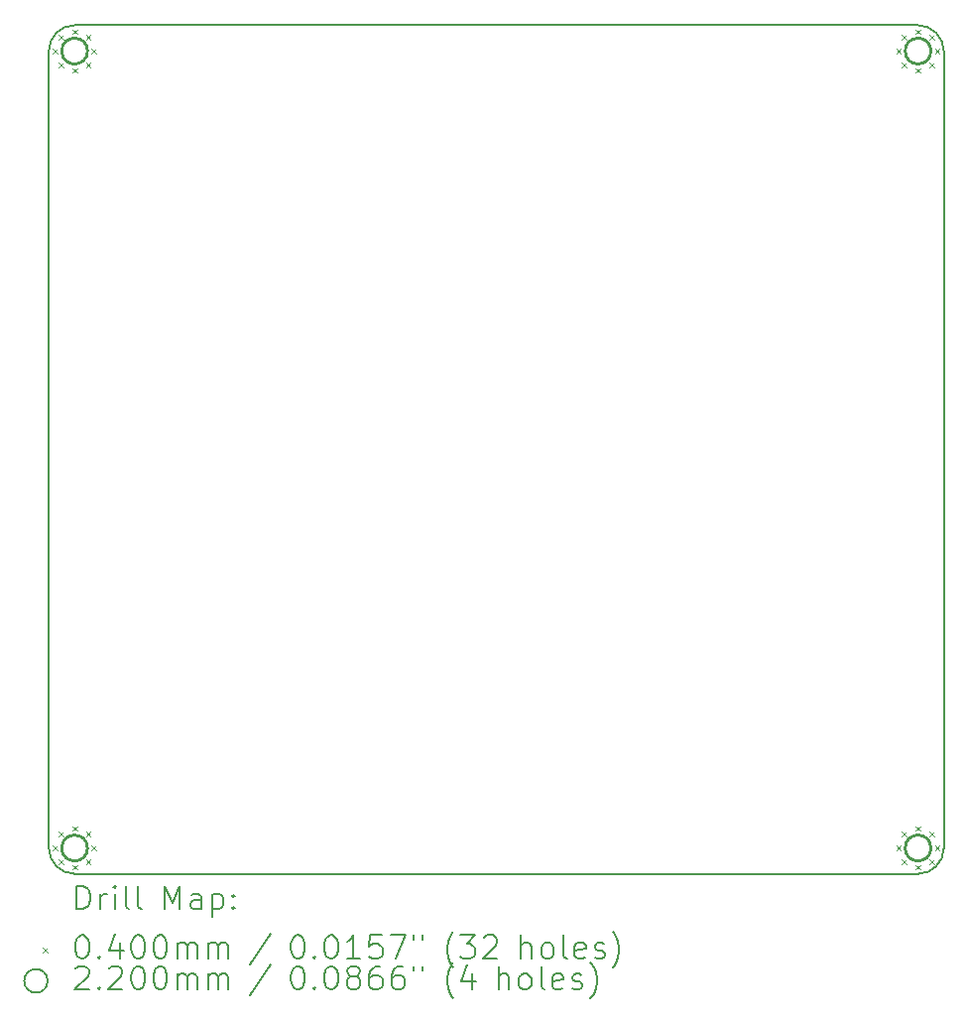
<source format=gbr>
%TF.GenerationSoftware,KiCad,Pcbnew,(7.0.0-rc1-156-g4c5a344629)*%
%TF.CreationDate,2023-03-07T17:49:35+10:30*%
%TF.ProjectId,bottom_plate,626f7474-6f6d-45f7-906c-6174652e6b69,rev?*%
%TF.SameCoordinates,Original*%
%TF.FileFunction,Drillmap*%
%TF.FilePolarity,Positive*%
%FSLAX45Y45*%
G04 Gerber Fmt 4.5, Leading zero omitted, Abs format (unit mm)*
G04 Created by KiCad (PCBNEW (7.0.0-rc1-156-g4c5a344629)) date 2023-03-07 17:49:35*
%MOMM*%
%LPD*%
G01*
G04 APERTURE LIST*
%ADD10C,0.200000*%
%ADD11C,0.040000*%
%ADD12C,0.220000*%
G04 APERTURE END LIST*
D10*
X17757000Y-5989000D02*
X10557000Y-5989000D01*
X17977000Y-6209000D02*
G75*
G03*
X17757000Y-5989000I-220000J0D01*
G01*
X17977000Y-13009000D02*
X17977000Y-6209000D01*
X17757000Y-13229000D02*
G75*
G03*
X17977000Y-13009000I0J220000D01*
G01*
X10557000Y-13229000D02*
X17757000Y-13229000D01*
X10337000Y-13009000D02*
G75*
G03*
X10557000Y-13229000I220000J0D01*
G01*
X10337000Y-6209000D02*
X10337000Y-13009000D01*
X10557000Y-5989000D02*
G75*
G03*
X10337000Y-6209000I0J-220000D01*
G01*
D11*
X10372000Y-6189000D02*
X10412000Y-6229000D01*
X10412000Y-6189000D02*
X10372000Y-6229000D01*
X10372000Y-12989000D02*
X10412000Y-13029000D01*
X10412000Y-12989000D02*
X10372000Y-13029000D01*
X10420327Y-6072327D02*
X10460327Y-6112327D01*
X10460327Y-6072327D02*
X10420327Y-6112327D01*
X10420327Y-6305673D02*
X10460327Y-6345673D01*
X10460327Y-6305673D02*
X10420327Y-6345673D01*
X10420327Y-12872327D02*
X10460327Y-12912327D01*
X10460327Y-12872327D02*
X10420327Y-12912327D01*
X10420327Y-13105673D02*
X10460327Y-13145673D01*
X10460327Y-13105673D02*
X10420327Y-13145673D01*
X10537000Y-6024000D02*
X10577000Y-6064000D01*
X10577000Y-6024000D02*
X10537000Y-6064000D01*
X10537000Y-6354000D02*
X10577000Y-6394000D01*
X10577000Y-6354000D02*
X10537000Y-6394000D01*
X10537000Y-12824000D02*
X10577000Y-12864000D01*
X10577000Y-12824000D02*
X10537000Y-12864000D01*
X10537000Y-13154000D02*
X10577000Y-13194000D01*
X10577000Y-13154000D02*
X10537000Y-13194000D01*
X10653673Y-6072327D02*
X10693673Y-6112327D01*
X10693673Y-6072327D02*
X10653673Y-6112327D01*
X10653673Y-6305673D02*
X10693673Y-6345673D01*
X10693673Y-6305673D02*
X10653673Y-6345673D01*
X10653673Y-12872327D02*
X10693673Y-12912327D01*
X10693673Y-12872327D02*
X10653673Y-12912327D01*
X10653673Y-13105673D02*
X10693673Y-13145673D01*
X10693673Y-13105673D02*
X10653673Y-13145673D01*
X10702000Y-6189000D02*
X10742000Y-6229000D01*
X10742000Y-6189000D02*
X10702000Y-6229000D01*
X10702000Y-12989000D02*
X10742000Y-13029000D01*
X10742000Y-12989000D02*
X10702000Y-13029000D01*
X17572000Y-6189000D02*
X17612000Y-6229000D01*
X17612000Y-6189000D02*
X17572000Y-6229000D01*
X17572000Y-12989000D02*
X17612000Y-13029000D01*
X17612000Y-12989000D02*
X17572000Y-13029000D01*
X17620327Y-6072327D02*
X17660327Y-6112327D01*
X17660327Y-6072327D02*
X17620327Y-6112327D01*
X17620327Y-6305673D02*
X17660327Y-6345673D01*
X17660327Y-6305673D02*
X17620327Y-6345673D01*
X17620327Y-12872327D02*
X17660327Y-12912327D01*
X17660327Y-12872327D02*
X17620327Y-12912327D01*
X17620327Y-13105673D02*
X17660327Y-13145673D01*
X17660327Y-13105673D02*
X17620327Y-13145673D01*
X17737000Y-6024000D02*
X17777000Y-6064000D01*
X17777000Y-6024000D02*
X17737000Y-6064000D01*
X17737000Y-6354000D02*
X17777000Y-6394000D01*
X17777000Y-6354000D02*
X17737000Y-6394000D01*
X17737000Y-12824000D02*
X17777000Y-12864000D01*
X17777000Y-12824000D02*
X17737000Y-12864000D01*
X17737000Y-13154000D02*
X17777000Y-13194000D01*
X17777000Y-13154000D02*
X17737000Y-13194000D01*
X17853673Y-6072327D02*
X17893673Y-6112327D01*
X17893673Y-6072327D02*
X17853673Y-6112327D01*
X17853673Y-6305673D02*
X17893673Y-6345673D01*
X17893673Y-6305673D02*
X17853673Y-6345673D01*
X17853673Y-12872327D02*
X17893673Y-12912327D01*
X17893673Y-12872327D02*
X17853673Y-12912327D01*
X17853673Y-13105673D02*
X17893673Y-13145673D01*
X17893673Y-13105673D02*
X17853673Y-13145673D01*
X17902000Y-6189000D02*
X17942000Y-6229000D01*
X17942000Y-6189000D02*
X17902000Y-6229000D01*
X17902000Y-12989000D02*
X17942000Y-13029000D01*
X17942000Y-12989000D02*
X17902000Y-13029000D01*
D12*
X10667000Y-6209000D02*
G75*
G03*
X10667000Y-6209000I-110000J0D01*
G01*
X10667000Y-13009000D02*
G75*
G03*
X10667000Y-13009000I-110000J0D01*
G01*
X17867000Y-6209000D02*
G75*
G03*
X17867000Y-6209000I-110000J0D01*
G01*
X17867000Y-13009000D02*
G75*
G03*
X17867000Y-13009000I-110000J0D01*
G01*
D10*
X10574619Y-13532476D02*
X10574619Y-13332476D01*
X10574619Y-13332476D02*
X10622238Y-13332476D01*
X10622238Y-13332476D02*
X10650810Y-13342000D01*
X10650810Y-13342000D02*
X10669857Y-13361048D01*
X10669857Y-13361048D02*
X10679381Y-13380095D01*
X10679381Y-13380095D02*
X10688905Y-13418190D01*
X10688905Y-13418190D02*
X10688905Y-13446762D01*
X10688905Y-13446762D02*
X10679381Y-13484857D01*
X10679381Y-13484857D02*
X10669857Y-13503905D01*
X10669857Y-13503905D02*
X10650810Y-13522952D01*
X10650810Y-13522952D02*
X10622238Y-13532476D01*
X10622238Y-13532476D02*
X10574619Y-13532476D01*
X10774619Y-13532476D02*
X10774619Y-13399143D01*
X10774619Y-13437238D02*
X10784143Y-13418190D01*
X10784143Y-13418190D02*
X10793667Y-13408667D01*
X10793667Y-13408667D02*
X10812714Y-13399143D01*
X10812714Y-13399143D02*
X10831762Y-13399143D01*
X10898429Y-13532476D02*
X10898429Y-13399143D01*
X10898429Y-13332476D02*
X10888905Y-13342000D01*
X10888905Y-13342000D02*
X10898429Y-13351524D01*
X10898429Y-13351524D02*
X10907952Y-13342000D01*
X10907952Y-13342000D02*
X10898429Y-13332476D01*
X10898429Y-13332476D02*
X10898429Y-13351524D01*
X11022238Y-13532476D02*
X11003190Y-13522952D01*
X11003190Y-13522952D02*
X10993667Y-13503905D01*
X10993667Y-13503905D02*
X10993667Y-13332476D01*
X11127000Y-13532476D02*
X11107952Y-13522952D01*
X11107952Y-13522952D02*
X11098429Y-13503905D01*
X11098429Y-13503905D02*
X11098429Y-13332476D01*
X11323190Y-13532476D02*
X11323190Y-13332476D01*
X11323190Y-13332476D02*
X11389857Y-13475333D01*
X11389857Y-13475333D02*
X11456524Y-13332476D01*
X11456524Y-13332476D02*
X11456524Y-13532476D01*
X11637476Y-13532476D02*
X11637476Y-13427714D01*
X11637476Y-13427714D02*
X11627952Y-13408667D01*
X11627952Y-13408667D02*
X11608905Y-13399143D01*
X11608905Y-13399143D02*
X11570809Y-13399143D01*
X11570809Y-13399143D02*
X11551762Y-13408667D01*
X11637476Y-13522952D02*
X11618428Y-13532476D01*
X11618428Y-13532476D02*
X11570809Y-13532476D01*
X11570809Y-13532476D02*
X11551762Y-13522952D01*
X11551762Y-13522952D02*
X11542238Y-13503905D01*
X11542238Y-13503905D02*
X11542238Y-13484857D01*
X11542238Y-13484857D02*
X11551762Y-13465809D01*
X11551762Y-13465809D02*
X11570809Y-13456286D01*
X11570809Y-13456286D02*
X11618428Y-13456286D01*
X11618428Y-13456286D02*
X11637476Y-13446762D01*
X11732714Y-13399143D02*
X11732714Y-13599143D01*
X11732714Y-13408667D02*
X11751762Y-13399143D01*
X11751762Y-13399143D02*
X11789857Y-13399143D01*
X11789857Y-13399143D02*
X11808905Y-13408667D01*
X11808905Y-13408667D02*
X11818428Y-13418190D01*
X11818428Y-13418190D02*
X11827952Y-13437238D01*
X11827952Y-13437238D02*
X11827952Y-13494381D01*
X11827952Y-13494381D02*
X11818428Y-13513428D01*
X11818428Y-13513428D02*
X11808905Y-13522952D01*
X11808905Y-13522952D02*
X11789857Y-13532476D01*
X11789857Y-13532476D02*
X11751762Y-13532476D01*
X11751762Y-13532476D02*
X11732714Y-13522952D01*
X11913667Y-13513428D02*
X11923190Y-13522952D01*
X11923190Y-13522952D02*
X11913667Y-13532476D01*
X11913667Y-13532476D02*
X11904143Y-13522952D01*
X11904143Y-13522952D02*
X11913667Y-13513428D01*
X11913667Y-13513428D02*
X11913667Y-13532476D01*
X11913667Y-13408667D02*
X11923190Y-13418190D01*
X11923190Y-13418190D02*
X11913667Y-13427714D01*
X11913667Y-13427714D02*
X11904143Y-13418190D01*
X11904143Y-13418190D02*
X11913667Y-13408667D01*
X11913667Y-13408667D02*
X11913667Y-13427714D01*
D11*
X10287000Y-13859000D02*
X10327000Y-13899000D01*
X10327000Y-13859000D02*
X10287000Y-13899000D01*
D10*
X10612714Y-13752476D02*
X10631762Y-13752476D01*
X10631762Y-13752476D02*
X10650810Y-13762000D01*
X10650810Y-13762000D02*
X10660333Y-13771524D01*
X10660333Y-13771524D02*
X10669857Y-13790571D01*
X10669857Y-13790571D02*
X10679381Y-13828667D01*
X10679381Y-13828667D02*
X10679381Y-13876286D01*
X10679381Y-13876286D02*
X10669857Y-13914381D01*
X10669857Y-13914381D02*
X10660333Y-13933428D01*
X10660333Y-13933428D02*
X10650810Y-13942952D01*
X10650810Y-13942952D02*
X10631762Y-13952476D01*
X10631762Y-13952476D02*
X10612714Y-13952476D01*
X10612714Y-13952476D02*
X10593667Y-13942952D01*
X10593667Y-13942952D02*
X10584143Y-13933428D01*
X10584143Y-13933428D02*
X10574619Y-13914381D01*
X10574619Y-13914381D02*
X10565095Y-13876286D01*
X10565095Y-13876286D02*
X10565095Y-13828667D01*
X10565095Y-13828667D02*
X10574619Y-13790571D01*
X10574619Y-13790571D02*
X10584143Y-13771524D01*
X10584143Y-13771524D02*
X10593667Y-13762000D01*
X10593667Y-13762000D02*
X10612714Y-13752476D01*
X10765095Y-13933428D02*
X10774619Y-13942952D01*
X10774619Y-13942952D02*
X10765095Y-13952476D01*
X10765095Y-13952476D02*
X10755571Y-13942952D01*
X10755571Y-13942952D02*
X10765095Y-13933428D01*
X10765095Y-13933428D02*
X10765095Y-13952476D01*
X10946048Y-13819143D02*
X10946048Y-13952476D01*
X10898429Y-13742952D02*
X10850810Y-13885809D01*
X10850810Y-13885809D02*
X10974619Y-13885809D01*
X11088905Y-13752476D02*
X11107952Y-13752476D01*
X11107952Y-13752476D02*
X11127000Y-13762000D01*
X11127000Y-13762000D02*
X11136524Y-13771524D01*
X11136524Y-13771524D02*
X11146048Y-13790571D01*
X11146048Y-13790571D02*
X11155571Y-13828667D01*
X11155571Y-13828667D02*
X11155571Y-13876286D01*
X11155571Y-13876286D02*
X11146048Y-13914381D01*
X11146048Y-13914381D02*
X11136524Y-13933428D01*
X11136524Y-13933428D02*
X11127000Y-13942952D01*
X11127000Y-13942952D02*
X11107952Y-13952476D01*
X11107952Y-13952476D02*
X11088905Y-13952476D01*
X11088905Y-13952476D02*
X11069857Y-13942952D01*
X11069857Y-13942952D02*
X11060333Y-13933428D01*
X11060333Y-13933428D02*
X11050810Y-13914381D01*
X11050810Y-13914381D02*
X11041286Y-13876286D01*
X11041286Y-13876286D02*
X11041286Y-13828667D01*
X11041286Y-13828667D02*
X11050810Y-13790571D01*
X11050810Y-13790571D02*
X11060333Y-13771524D01*
X11060333Y-13771524D02*
X11069857Y-13762000D01*
X11069857Y-13762000D02*
X11088905Y-13752476D01*
X11279381Y-13752476D02*
X11298429Y-13752476D01*
X11298429Y-13752476D02*
X11317476Y-13762000D01*
X11317476Y-13762000D02*
X11327000Y-13771524D01*
X11327000Y-13771524D02*
X11336524Y-13790571D01*
X11336524Y-13790571D02*
X11346048Y-13828667D01*
X11346048Y-13828667D02*
X11346048Y-13876286D01*
X11346048Y-13876286D02*
X11336524Y-13914381D01*
X11336524Y-13914381D02*
X11327000Y-13933428D01*
X11327000Y-13933428D02*
X11317476Y-13942952D01*
X11317476Y-13942952D02*
X11298429Y-13952476D01*
X11298429Y-13952476D02*
X11279381Y-13952476D01*
X11279381Y-13952476D02*
X11260333Y-13942952D01*
X11260333Y-13942952D02*
X11250809Y-13933428D01*
X11250809Y-13933428D02*
X11241286Y-13914381D01*
X11241286Y-13914381D02*
X11231762Y-13876286D01*
X11231762Y-13876286D02*
X11231762Y-13828667D01*
X11231762Y-13828667D02*
X11241286Y-13790571D01*
X11241286Y-13790571D02*
X11250809Y-13771524D01*
X11250809Y-13771524D02*
X11260333Y-13762000D01*
X11260333Y-13762000D02*
X11279381Y-13752476D01*
X11431762Y-13952476D02*
X11431762Y-13819143D01*
X11431762Y-13838190D02*
X11441286Y-13828667D01*
X11441286Y-13828667D02*
X11460333Y-13819143D01*
X11460333Y-13819143D02*
X11488905Y-13819143D01*
X11488905Y-13819143D02*
X11507952Y-13828667D01*
X11507952Y-13828667D02*
X11517476Y-13847714D01*
X11517476Y-13847714D02*
X11517476Y-13952476D01*
X11517476Y-13847714D02*
X11527000Y-13828667D01*
X11527000Y-13828667D02*
X11546048Y-13819143D01*
X11546048Y-13819143D02*
X11574619Y-13819143D01*
X11574619Y-13819143D02*
X11593667Y-13828667D01*
X11593667Y-13828667D02*
X11603190Y-13847714D01*
X11603190Y-13847714D02*
X11603190Y-13952476D01*
X11698429Y-13952476D02*
X11698429Y-13819143D01*
X11698429Y-13838190D02*
X11707952Y-13828667D01*
X11707952Y-13828667D02*
X11727000Y-13819143D01*
X11727000Y-13819143D02*
X11755571Y-13819143D01*
X11755571Y-13819143D02*
X11774619Y-13828667D01*
X11774619Y-13828667D02*
X11784143Y-13847714D01*
X11784143Y-13847714D02*
X11784143Y-13952476D01*
X11784143Y-13847714D02*
X11793667Y-13828667D01*
X11793667Y-13828667D02*
X11812714Y-13819143D01*
X11812714Y-13819143D02*
X11841286Y-13819143D01*
X11841286Y-13819143D02*
X11860333Y-13828667D01*
X11860333Y-13828667D02*
X11869857Y-13847714D01*
X11869857Y-13847714D02*
X11869857Y-13952476D01*
X12227952Y-13742952D02*
X12056524Y-14000095D01*
X12452714Y-13752476D02*
X12471762Y-13752476D01*
X12471762Y-13752476D02*
X12490810Y-13762000D01*
X12490810Y-13762000D02*
X12500333Y-13771524D01*
X12500333Y-13771524D02*
X12509857Y-13790571D01*
X12509857Y-13790571D02*
X12519381Y-13828667D01*
X12519381Y-13828667D02*
X12519381Y-13876286D01*
X12519381Y-13876286D02*
X12509857Y-13914381D01*
X12509857Y-13914381D02*
X12500333Y-13933428D01*
X12500333Y-13933428D02*
X12490810Y-13942952D01*
X12490810Y-13942952D02*
X12471762Y-13952476D01*
X12471762Y-13952476D02*
X12452714Y-13952476D01*
X12452714Y-13952476D02*
X12433667Y-13942952D01*
X12433667Y-13942952D02*
X12424143Y-13933428D01*
X12424143Y-13933428D02*
X12414619Y-13914381D01*
X12414619Y-13914381D02*
X12405095Y-13876286D01*
X12405095Y-13876286D02*
X12405095Y-13828667D01*
X12405095Y-13828667D02*
X12414619Y-13790571D01*
X12414619Y-13790571D02*
X12424143Y-13771524D01*
X12424143Y-13771524D02*
X12433667Y-13762000D01*
X12433667Y-13762000D02*
X12452714Y-13752476D01*
X12605095Y-13933428D02*
X12614619Y-13942952D01*
X12614619Y-13942952D02*
X12605095Y-13952476D01*
X12605095Y-13952476D02*
X12595571Y-13942952D01*
X12595571Y-13942952D02*
X12605095Y-13933428D01*
X12605095Y-13933428D02*
X12605095Y-13952476D01*
X12738429Y-13752476D02*
X12757476Y-13752476D01*
X12757476Y-13752476D02*
X12776524Y-13762000D01*
X12776524Y-13762000D02*
X12786048Y-13771524D01*
X12786048Y-13771524D02*
X12795571Y-13790571D01*
X12795571Y-13790571D02*
X12805095Y-13828667D01*
X12805095Y-13828667D02*
X12805095Y-13876286D01*
X12805095Y-13876286D02*
X12795571Y-13914381D01*
X12795571Y-13914381D02*
X12786048Y-13933428D01*
X12786048Y-13933428D02*
X12776524Y-13942952D01*
X12776524Y-13942952D02*
X12757476Y-13952476D01*
X12757476Y-13952476D02*
X12738429Y-13952476D01*
X12738429Y-13952476D02*
X12719381Y-13942952D01*
X12719381Y-13942952D02*
X12709857Y-13933428D01*
X12709857Y-13933428D02*
X12700333Y-13914381D01*
X12700333Y-13914381D02*
X12690810Y-13876286D01*
X12690810Y-13876286D02*
X12690810Y-13828667D01*
X12690810Y-13828667D02*
X12700333Y-13790571D01*
X12700333Y-13790571D02*
X12709857Y-13771524D01*
X12709857Y-13771524D02*
X12719381Y-13762000D01*
X12719381Y-13762000D02*
X12738429Y-13752476D01*
X12995571Y-13952476D02*
X12881286Y-13952476D01*
X12938429Y-13952476D02*
X12938429Y-13752476D01*
X12938429Y-13752476D02*
X12919381Y-13781048D01*
X12919381Y-13781048D02*
X12900333Y-13800095D01*
X12900333Y-13800095D02*
X12881286Y-13809619D01*
X13176524Y-13752476D02*
X13081286Y-13752476D01*
X13081286Y-13752476D02*
X13071762Y-13847714D01*
X13071762Y-13847714D02*
X13081286Y-13838190D01*
X13081286Y-13838190D02*
X13100333Y-13828667D01*
X13100333Y-13828667D02*
X13147952Y-13828667D01*
X13147952Y-13828667D02*
X13167000Y-13838190D01*
X13167000Y-13838190D02*
X13176524Y-13847714D01*
X13176524Y-13847714D02*
X13186048Y-13866762D01*
X13186048Y-13866762D02*
X13186048Y-13914381D01*
X13186048Y-13914381D02*
X13176524Y-13933428D01*
X13176524Y-13933428D02*
X13167000Y-13942952D01*
X13167000Y-13942952D02*
X13147952Y-13952476D01*
X13147952Y-13952476D02*
X13100333Y-13952476D01*
X13100333Y-13952476D02*
X13081286Y-13942952D01*
X13081286Y-13942952D02*
X13071762Y-13933428D01*
X13252714Y-13752476D02*
X13386048Y-13752476D01*
X13386048Y-13752476D02*
X13300333Y-13952476D01*
X13452714Y-13752476D02*
X13452714Y-13790571D01*
X13528905Y-13752476D02*
X13528905Y-13790571D01*
X13791762Y-14028667D02*
X13782238Y-14019143D01*
X13782238Y-14019143D02*
X13763191Y-13990571D01*
X13763191Y-13990571D02*
X13753667Y-13971524D01*
X13753667Y-13971524D02*
X13744143Y-13942952D01*
X13744143Y-13942952D02*
X13734619Y-13895333D01*
X13734619Y-13895333D02*
X13734619Y-13857238D01*
X13734619Y-13857238D02*
X13744143Y-13809619D01*
X13744143Y-13809619D02*
X13753667Y-13781048D01*
X13753667Y-13781048D02*
X13763191Y-13762000D01*
X13763191Y-13762000D02*
X13782238Y-13733428D01*
X13782238Y-13733428D02*
X13791762Y-13723905D01*
X13848905Y-13752476D02*
X13972714Y-13752476D01*
X13972714Y-13752476D02*
X13906048Y-13828667D01*
X13906048Y-13828667D02*
X13934619Y-13828667D01*
X13934619Y-13828667D02*
X13953667Y-13838190D01*
X13953667Y-13838190D02*
X13963191Y-13847714D01*
X13963191Y-13847714D02*
X13972714Y-13866762D01*
X13972714Y-13866762D02*
X13972714Y-13914381D01*
X13972714Y-13914381D02*
X13963191Y-13933428D01*
X13963191Y-13933428D02*
X13953667Y-13942952D01*
X13953667Y-13942952D02*
X13934619Y-13952476D01*
X13934619Y-13952476D02*
X13877476Y-13952476D01*
X13877476Y-13952476D02*
X13858429Y-13942952D01*
X13858429Y-13942952D02*
X13848905Y-13933428D01*
X14048905Y-13771524D02*
X14058429Y-13762000D01*
X14058429Y-13762000D02*
X14077476Y-13752476D01*
X14077476Y-13752476D02*
X14125095Y-13752476D01*
X14125095Y-13752476D02*
X14144143Y-13762000D01*
X14144143Y-13762000D02*
X14153667Y-13771524D01*
X14153667Y-13771524D02*
X14163191Y-13790571D01*
X14163191Y-13790571D02*
X14163191Y-13809619D01*
X14163191Y-13809619D02*
X14153667Y-13838190D01*
X14153667Y-13838190D02*
X14039381Y-13952476D01*
X14039381Y-13952476D02*
X14163191Y-13952476D01*
X14368905Y-13952476D02*
X14368905Y-13752476D01*
X14454619Y-13952476D02*
X14454619Y-13847714D01*
X14454619Y-13847714D02*
X14445095Y-13828667D01*
X14445095Y-13828667D02*
X14426048Y-13819143D01*
X14426048Y-13819143D02*
X14397476Y-13819143D01*
X14397476Y-13819143D02*
X14378429Y-13828667D01*
X14378429Y-13828667D02*
X14368905Y-13838190D01*
X14578429Y-13952476D02*
X14559381Y-13942952D01*
X14559381Y-13942952D02*
X14549857Y-13933428D01*
X14549857Y-13933428D02*
X14540333Y-13914381D01*
X14540333Y-13914381D02*
X14540333Y-13857238D01*
X14540333Y-13857238D02*
X14549857Y-13838190D01*
X14549857Y-13838190D02*
X14559381Y-13828667D01*
X14559381Y-13828667D02*
X14578429Y-13819143D01*
X14578429Y-13819143D02*
X14607000Y-13819143D01*
X14607000Y-13819143D02*
X14626048Y-13828667D01*
X14626048Y-13828667D02*
X14635572Y-13838190D01*
X14635572Y-13838190D02*
X14645095Y-13857238D01*
X14645095Y-13857238D02*
X14645095Y-13914381D01*
X14645095Y-13914381D02*
X14635572Y-13933428D01*
X14635572Y-13933428D02*
X14626048Y-13942952D01*
X14626048Y-13942952D02*
X14607000Y-13952476D01*
X14607000Y-13952476D02*
X14578429Y-13952476D01*
X14759381Y-13952476D02*
X14740333Y-13942952D01*
X14740333Y-13942952D02*
X14730810Y-13923905D01*
X14730810Y-13923905D02*
X14730810Y-13752476D01*
X14911762Y-13942952D02*
X14892714Y-13952476D01*
X14892714Y-13952476D02*
X14854619Y-13952476D01*
X14854619Y-13952476D02*
X14835572Y-13942952D01*
X14835572Y-13942952D02*
X14826048Y-13923905D01*
X14826048Y-13923905D02*
X14826048Y-13847714D01*
X14826048Y-13847714D02*
X14835572Y-13828667D01*
X14835572Y-13828667D02*
X14854619Y-13819143D01*
X14854619Y-13819143D02*
X14892714Y-13819143D01*
X14892714Y-13819143D02*
X14911762Y-13828667D01*
X14911762Y-13828667D02*
X14921286Y-13847714D01*
X14921286Y-13847714D02*
X14921286Y-13866762D01*
X14921286Y-13866762D02*
X14826048Y-13885809D01*
X14997476Y-13942952D02*
X15016524Y-13952476D01*
X15016524Y-13952476D02*
X15054619Y-13952476D01*
X15054619Y-13952476D02*
X15073667Y-13942952D01*
X15073667Y-13942952D02*
X15083191Y-13923905D01*
X15083191Y-13923905D02*
X15083191Y-13914381D01*
X15083191Y-13914381D02*
X15073667Y-13895333D01*
X15073667Y-13895333D02*
X15054619Y-13885809D01*
X15054619Y-13885809D02*
X15026048Y-13885809D01*
X15026048Y-13885809D02*
X15007000Y-13876286D01*
X15007000Y-13876286D02*
X14997476Y-13857238D01*
X14997476Y-13857238D02*
X14997476Y-13847714D01*
X14997476Y-13847714D02*
X15007000Y-13828667D01*
X15007000Y-13828667D02*
X15026048Y-13819143D01*
X15026048Y-13819143D02*
X15054619Y-13819143D01*
X15054619Y-13819143D02*
X15073667Y-13828667D01*
X15149857Y-14028667D02*
X15159381Y-14019143D01*
X15159381Y-14019143D02*
X15178429Y-13990571D01*
X15178429Y-13990571D02*
X15187953Y-13971524D01*
X15187953Y-13971524D02*
X15197476Y-13942952D01*
X15197476Y-13942952D02*
X15207000Y-13895333D01*
X15207000Y-13895333D02*
X15207000Y-13857238D01*
X15207000Y-13857238D02*
X15197476Y-13809619D01*
X15197476Y-13809619D02*
X15187953Y-13781048D01*
X15187953Y-13781048D02*
X15178429Y-13762000D01*
X15178429Y-13762000D02*
X15159381Y-13733428D01*
X15159381Y-13733428D02*
X15149857Y-13723905D01*
X10327000Y-14143000D02*
G75*
G03*
X10327000Y-14143000I-100000J0D01*
G01*
X10565095Y-14035524D02*
X10574619Y-14026000D01*
X10574619Y-14026000D02*
X10593667Y-14016476D01*
X10593667Y-14016476D02*
X10641286Y-14016476D01*
X10641286Y-14016476D02*
X10660333Y-14026000D01*
X10660333Y-14026000D02*
X10669857Y-14035524D01*
X10669857Y-14035524D02*
X10679381Y-14054571D01*
X10679381Y-14054571D02*
X10679381Y-14073619D01*
X10679381Y-14073619D02*
X10669857Y-14102190D01*
X10669857Y-14102190D02*
X10555571Y-14216476D01*
X10555571Y-14216476D02*
X10679381Y-14216476D01*
X10765095Y-14197428D02*
X10774619Y-14206952D01*
X10774619Y-14206952D02*
X10765095Y-14216476D01*
X10765095Y-14216476D02*
X10755571Y-14206952D01*
X10755571Y-14206952D02*
X10765095Y-14197428D01*
X10765095Y-14197428D02*
X10765095Y-14216476D01*
X10850810Y-14035524D02*
X10860333Y-14026000D01*
X10860333Y-14026000D02*
X10879381Y-14016476D01*
X10879381Y-14016476D02*
X10927000Y-14016476D01*
X10927000Y-14016476D02*
X10946048Y-14026000D01*
X10946048Y-14026000D02*
X10955571Y-14035524D01*
X10955571Y-14035524D02*
X10965095Y-14054571D01*
X10965095Y-14054571D02*
X10965095Y-14073619D01*
X10965095Y-14073619D02*
X10955571Y-14102190D01*
X10955571Y-14102190D02*
X10841286Y-14216476D01*
X10841286Y-14216476D02*
X10965095Y-14216476D01*
X11088905Y-14016476D02*
X11107952Y-14016476D01*
X11107952Y-14016476D02*
X11127000Y-14026000D01*
X11127000Y-14026000D02*
X11136524Y-14035524D01*
X11136524Y-14035524D02*
X11146048Y-14054571D01*
X11146048Y-14054571D02*
X11155571Y-14092667D01*
X11155571Y-14092667D02*
X11155571Y-14140286D01*
X11155571Y-14140286D02*
X11146048Y-14178381D01*
X11146048Y-14178381D02*
X11136524Y-14197428D01*
X11136524Y-14197428D02*
X11127000Y-14206952D01*
X11127000Y-14206952D02*
X11107952Y-14216476D01*
X11107952Y-14216476D02*
X11088905Y-14216476D01*
X11088905Y-14216476D02*
X11069857Y-14206952D01*
X11069857Y-14206952D02*
X11060333Y-14197428D01*
X11060333Y-14197428D02*
X11050810Y-14178381D01*
X11050810Y-14178381D02*
X11041286Y-14140286D01*
X11041286Y-14140286D02*
X11041286Y-14092667D01*
X11041286Y-14092667D02*
X11050810Y-14054571D01*
X11050810Y-14054571D02*
X11060333Y-14035524D01*
X11060333Y-14035524D02*
X11069857Y-14026000D01*
X11069857Y-14026000D02*
X11088905Y-14016476D01*
X11279381Y-14016476D02*
X11298429Y-14016476D01*
X11298429Y-14016476D02*
X11317476Y-14026000D01*
X11317476Y-14026000D02*
X11327000Y-14035524D01*
X11327000Y-14035524D02*
X11336524Y-14054571D01*
X11336524Y-14054571D02*
X11346048Y-14092667D01*
X11346048Y-14092667D02*
X11346048Y-14140286D01*
X11346048Y-14140286D02*
X11336524Y-14178381D01*
X11336524Y-14178381D02*
X11327000Y-14197428D01*
X11327000Y-14197428D02*
X11317476Y-14206952D01*
X11317476Y-14206952D02*
X11298429Y-14216476D01*
X11298429Y-14216476D02*
X11279381Y-14216476D01*
X11279381Y-14216476D02*
X11260333Y-14206952D01*
X11260333Y-14206952D02*
X11250809Y-14197428D01*
X11250809Y-14197428D02*
X11241286Y-14178381D01*
X11241286Y-14178381D02*
X11231762Y-14140286D01*
X11231762Y-14140286D02*
X11231762Y-14092667D01*
X11231762Y-14092667D02*
X11241286Y-14054571D01*
X11241286Y-14054571D02*
X11250809Y-14035524D01*
X11250809Y-14035524D02*
X11260333Y-14026000D01*
X11260333Y-14026000D02*
X11279381Y-14016476D01*
X11431762Y-14216476D02*
X11431762Y-14083143D01*
X11431762Y-14102190D02*
X11441286Y-14092667D01*
X11441286Y-14092667D02*
X11460333Y-14083143D01*
X11460333Y-14083143D02*
X11488905Y-14083143D01*
X11488905Y-14083143D02*
X11507952Y-14092667D01*
X11507952Y-14092667D02*
X11517476Y-14111714D01*
X11517476Y-14111714D02*
X11517476Y-14216476D01*
X11517476Y-14111714D02*
X11527000Y-14092667D01*
X11527000Y-14092667D02*
X11546048Y-14083143D01*
X11546048Y-14083143D02*
X11574619Y-14083143D01*
X11574619Y-14083143D02*
X11593667Y-14092667D01*
X11593667Y-14092667D02*
X11603190Y-14111714D01*
X11603190Y-14111714D02*
X11603190Y-14216476D01*
X11698429Y-14216476D02*
X11698429Y-14083143D01*
X11698429Y-14102190D02*
X11707952Y-14092667D01*
X11707952Y-14092667D02*
X11727000Y-14083143D01*
X11727000Y-14083143D02*
X11755571Y-14083143D01*
X11755571Y-14083143D02*
X11774619Y-14092667D01*
X11774619Y-14092667D02*
X11784143Y-14111714D01*
X11784143Y-14111714D02*
X11784143Y-14216476D01*
X11784143Y-14111714D02*
X11793667Y-14092667D01*
X11793667Y-14092667D02*
X11812714Y-14083143D01*
X11812714Y-14083143D02*
X11841286Y-14083143D01*
X11841286Y-14083143D02*
X11860333Y-14092667D01*
X11860333Y-14092667D02*
X11869857Y-14111714D01*
X11869857Y-14111714D02*
X11869857Y-14216476D01*
X12227952Y-14006952D02*
X12056524Y-14264095D01*
X12452714Y-14016476D02*
X12471762Y-14016476D01*
X12471762Y-14016476D02*
X12490810Y-14026000D01*
X12490810Y-14026000D02*
X12500333Y-14035524D01*
X12500333Y-14035524D02*
X12509857Y-14054571D01*
X12509857Y-14054571D02*
X12519381Y-14092667D01*
X12519381Y-14092667D02*
X12519381Y-14140286D01*
X12519381Y-14140286D02*
X12509857Y-14178381D01*
X12509857Y-14178381D02*
X12500333Y-14197428D01*
X12500333Y-14197428D02*
X12490810Y-14206952D01*
X12490810Y-14206952D02*
X12471762Y-14216476D01*
X12471762Y-14216476D02*
X12452714Y-14216476D01*
X12452714Y-14216476D02*
X12433667Y-14206952D01*
X12433667Y-14206952D02*
X12424143Y-14197428D01*
X12424143Y-14197428D02*
X12414619Y-14178381D01*
X12414619Y-14178381D02*
X12405095Y-14140286D01*
X12405095Y-14140286D02*
X12405095Y-14092667D01*
X12405095Y-14092667D02*
X12414619Y-14054571D01*
X12414619Y-14054571D02*
X12424143Y-14035524D01*
X12424143Y-14035524D02*
X12433667Y-14026000D01*
X12433667Y-14026000D02*
X12452714Y-14016476D01*
X12605095Y-14197428D02*
X12614619Y-14206952D01*
X12614619Y-14206952D02*
X12605095Y-14216476D01*
X12605095Y-14216476D02*
X12595571Y-14206952D01*
X12595571Y-14206952D02*
X12605095Y-14197428D01*
X12605095Y-14197428D02*
X12605095Y-14216476D01*
X12738429Y-14016476D02*
X12757476Y-14016476D01*
X12757476Y-14016476D02*
X12776524Y-14026000D01*
X12776524Y-14026000D02*
X12786048Y-14035524D01*
X12786048Y-14035524D02*
X12795571Y-14054571D01*
X12795571Y-14054571D02*
X12805095Y-14092667D01*
X12805095Y-14092667D02*
X12805095Y-14140286D01*
X12805095Y-14140286D02*
X12795571Y-14178381D01*
X12795571Y-14178381D02*
X12786048Y-14197428D01*
X12786048Y-14197428D02*
X12776524Y-14206952D01*
X12776524Y-14206952D02*
X12757476Y-14216476D01*
X12757476Y-14216476D02*
X12738429Y-14216476D01*
X12738429Y-14216476D02*
X12719381Y-14206952D01*
X12719381Y-14206952D02*
X12709857Y-14197428D01*
X12709857Y-14197428D02*
X12700333Y-14178381D01*
X12700333Y-14178381D02*
X12690810Y-14140286D01*
X12690810Y-14140286D02*
X12690810Y-14092667D01*
X12690810Y-14092667D02*
X12700333Y-14054571D01*
X12700333Y-14054571D02*
X12709857Y-14035524D01*
X12709857Y-14035524D02*
X12719381Y-14026000D01*
X12719381Y-14026000D02*
X12738429Y-14016476D01*
X12919381Y-14102190D02*
X12900333Y-14092667D01*
X12900333Y-14092667D02*
X12890810Y-14083143D01*
X12890810Y-14083143D02*
X12881286Y-14064095D01*
X12881286Y-14064095D02*
X12881286Y-14054571D01*
X12881286Y-14054571D02*
X12890810Y-14035524D01*
X12890810Y-14035524D02*
X12900333Y-14026000D01*
X12900333Y-14026000D02*
X12919381Y-14016476D01*
X12919381Y-14016476D02*
X12957476Y-14016476D01*
X12957476Y-14016476D02*
X12976524Y-14026000D01*
X12976524Y-14026000D02*
X12986048Y-14035524D01*
X12986048Y-14035524D02*
X12995571Y-14054571D01*
X12995571Y-14054571D02*
X12995571Y-14064095D01*
X12995571Y-14064095D02*
X12986048Y-14083143D01*
X12986048Y-14083143D02*
X12976524Y-14092667D01*
X12976524Y-14092667D02*
X12957476Y-14102190D01*
X12957476Y-14102190D02*
X12919381Y-14102190D01*
X12919381Y-14102190D02*
X12900333Y-14111714D01*
X12900333Y-14111714D02*
X12890810Y-14121238D01*
X12890810Y-14121238D02*
X12881286Y-14140286D01*
X12881286Y-14140286D02*
X12881286Y-14178381D01*
X12881286Y-14178381D02*
X12890810Y-14197428D01*
X12890810Y-14197428D02*
X12900333Y-14206952D01*
X12900333Y-14206952D02*
X12919381Y-14216476D01*
X12919381Y-14216476D02*
X12957476Y-14216476D01*
X12957476Y-14216476D02*
X12976524Y-14206952D01*
X12976524Y-14206952D02*
X12986048Y-14197428D01*
X12986048Y-14197428D02*
X12995571Y-14178381D01*
X12995571Y-14178381D02*
X12995571Y-14140286D01*
X12995571Y-14140286D02*
X12986048Y-14121238D01*
X12986048Y-14121238D02*
X12976524Y-14111714D01*
X12976524Y-14111714D02*
X12957476Y-14102190D01*
X13167000Y-14016476D02*
X13128905Y-14016476D01*
X13128905Y-14016476D02*
X13109857Y-14026000D01*
X13109857Y-14026000D02*
X13100333Y-14035524D01*
X13100333Y-14035524D02*
X13081286Y-14064095D01*
X13081286Y-14064095D02*
X13071762Y-14102190D01*
X13071762Y-14102190D02*
X13071762Y-14178381D01*
X13071762Y-14178381D02*
X13081286Y-14197428D01*
X13081286Y-14197428D02*
X13090810Y-14206952D01*
X13090810Y-14206952D02*
X13109857Y-14216476D01*
X13109857Y-14216476D02*
X13147952Y-14216476D01*
X13147952Y-14216476D02*
X13167000Y-14206952D01*
X13167000Y-14206952D02*
X13176524Y-14197428D01*
X13176524Y-14197428D02*
X13186048Y-14178381D01*
X13186048Y-14178381D02*
X13186048Y-14130762D01*
X13186048Y-14130762D02*
X13176524Y-14111714D01*
X13176524Y-14111714D02*
X13167000Y-14102190D01*
X13167000Y-14102190D02*
X13147952Y-14092667D01*
X13147952Y-14092667D02*
X13109857Y-14092667D01*
X13109857Y-14092667D02*
X13090810Y-14102190D01*
X13090810Y-14102190D02*
X13081286Y-14111714D01*
X13081286Y-14111714D02*
X13071762Y-14130762D01*
X13357476Y-14016476D02*
X13319381Y-14016476D01*
X13319381Y-14016476D02*
X13300333Y-14026000D01*
X13300333Y-14026000D02*
X13290810Y-14035524D01*
X13290810Y-14035524D02*
X13271762Y-14064095D01*
X13271762Y-14064095D02*
X13262238Y-14102190D01*
X13262238Y-14102190D02*
X13262238Y-14178381D01*
X13262238Y-14178381D02*
X13271762Y-14197428D01*
X13271762Y-14197428D02*
X13281286Y-14206952D01*
X13281286Y-14206952D02*
X13300333Y-14216476D01*
X13300333Y-14216476D02*
X13338429Y-14216476D01*
X13338429Y-14216476D02*
X13357476Y-14206952D01*
X13357476Y-14206952D02*
X13367000Y-14197428D01*
X13367000Y-14197428D02*
X13376524Y-14178381D01*
X13376524Y-14178381D02*
X13376524Y-14130762D01*
X13376524Y-14130762D02*
X13367000Y-14111714D01*
X13367000Y-14111714D02*
X13357476Y-14102190D01*
X13357476Y-14102190D02*
X13338429Y-14092667D01*
X13338429Y-14092667D02*
X13300333Y-14092667D01*
X13300333Y-14092667D02*
X13281286Y-14102190D01*
X13281286Y-14102190D02*
X13271762Y-14111714D01*
X13271762Y-14111714D02*
X13262238Y-14130762D01*
X13452714Y-14016476D02*
X13452714Y-14054571D01*
X13528905Y-14016476D02*
X13528905Y-14054571D01*
X13791762Y-14292667D02*
X13782238Y-14283143D01*
X13782238Y-14283143D02*
X13763191Y-14254571D01*
X13763191Y-14254571D02*
X13753667Y-14235524D01*
X13753667Y-14235524D02*
X13744143Y-14206952D01*
X13744143Y-14206952D02*
X13734619Y-14159333D01*
X13734619Y-14159333D02*
X13734619Y-14121238D01*
X13734619Y-14121238D02*
X13744143Y-14073619D01*
X13744143Y-14073619D02*
X13753667Y-14045048D01*
X13753667Y-14045048D02*
X13763191Y-14026000D01*
X13763191Y-14026000D02*
X13782238Y-13997428D01*
X13782238Y-13997428D02*
X13791762Y-13987905D01*
X13953667Y-14083143D02*
X13953667Y-14216476D01*
X13906048Y-14006952D02*
X13858429Y-14149809D01*
X13858429Y-14149809D02*
X13982238Y-14149809D01*
X14178429Y-14216476D02*
X14178429Y-14016476D01*
X14264143Y-14216476D02*
X14264143Y-14111714D01*
X14264143Y-14111714D02*
X14254619Y-14092667D01*
X14254619Y-14092667D02*
X14235572Y-14083143D01*
X14235572Y-14083143D02*
X14207000Y-14083143D01*
X14207000Y-14083143D02*
X14187952Y-14092667D01*
X14187952Y-14092667D02*
X14178429Y-14102190D01*
X14387952Y-14216476D02*
X14368905Y-14206952D01*
X14368905Y-14206952D02*
X14359381Y-14197428D01*
X14359381Y-14197428D02*
X14349857Y-14178381D01*
X14349857Y-14178381D02*
X14349857Y-14121238D01*
X14349857Y-14121238D02*
X14359381Y-14102190D01*
X14359381Y-14102190D02*
X14368905Y-14092667D01*
X14368905Y-14092667D02*
X14387952Y-14083143D01*
X14387952Y-14083143D02*
X14416524Y-14083143D01*
X14416524Y-14083143D02*
X14435572Y-14092667D01*
X14435572Y-14092667D02*
X14445095Y-14102190D01*
X14445095Y-14102190D02*
X14454619Y-14121238D01*
X14454619Y-14121238D02*
X14454619Y-14178381D01*
X14454619Y-14178381D02*
X14445095Y-14197428D01*
X14445095Y-14197428D02*
X14435572Y-14206952D01*
X14435572Y-14206952D02*
X14416524Y-14216476D01*
X14416524Y-14216476D02*
X14387952Y-14216476D01*
X14568905Y-14216476D02*
X14549857Y-14206952D01*
X14549857Y-14206952D02*
X14540333Y-14187905D01*
X14540333Y-14187905D02*
X14540333Y-14016476D01*
X14721286Y-14206952D02*
X14702238Y-14216476D01*
X14702238Y-14216476D02*
X14664143Y-14216476D01*
X14664143Y-14216476D02*
X14645095Y-14206952D01*
X14645095Y-14206952D02*
X14635572Y-14187905D01*
X14635572Y-14187905D02*
X14635572Y-14111714D01*
X14635572Y-14111714D02*
X14645095Y-14092667D01*
X14645095Y-14092667D02*
X14664143Y-14083143D01*
X14664143Y-14083143D02*
X14702238Y-14083143D01*
X14702238Y-14083143D02*
X14721286Y-14092667D01*
X14721286Y-14092667D02*
X14730810Y-14111714D01*
X14730810Y-14111714D02*
X14730810Y-14130762D01*
X14730810Y-14130762D02*
X14635572Y-14149809D01*
X14807000Y-14206952D02*
X14826048Y-14216476D01*
X14826048Y-14216476D02*
X14864143Y-14216476D01*
X14864143Y-14216476D02*
X14883191Y-14206952D01*
X14883191Y-14206952D02*
X14892714Y-14187905D01*
X14892714Y-14187905D02*
X14892714Y-14178381D01*
X14892714Y-14178381D02*
X14883191Y-14159333D01*
X14883191Y-14159333D02*
X14864143Y-14149809D01*
X14864143Y-14149809D02*
X14835572Y-14149809D01*
X14835572Y-14149809D02*
X14816524Y-14140286D01*
X14816524Y-14140286D02*
X14807000Y-14121238D01*
X14807000Y-14121238D02*
X14807000Y-14111714D01*
X14807000Y-14111714D02*
X14816524Y-14092667D01*
X14816524Y-14092667D02*
X14835572Y-14083143D01*
X14835572Y-14083143D02*
X14864143Y-14083143D01*
X14864143Y-14083143D02*
X14883191Y-14092667D01*
X14959381Y-14292667D02*
X14968905Y-14283143D01*
X14968905Y-14283143D02*
X14987953Y-14254571D01*
X14987953Y-14254571D02*
X14997476Y-14235524D01*
X14997476Y-14235524D02*
X15007000Y-14206952D01*
X15007000Y-14206952D02*
X15016524Y-14159333D01*
X15016524Y-14159333D02*
X15016524Y-14121238D01*
X15016524Y-14121238D02*
X15007000Y-14073619D01*
X15007000Y-14073619D02*
X14997476Y-14045048D01*
X14997476Y-14045048D02*
X14987953Y-14026000D01*
X14987953Y-14026000D02*
X14968905Y-13997428D01*
X14968905Y-13997428D02*
X14959381Y-13987905D01*
M02*

</source>
